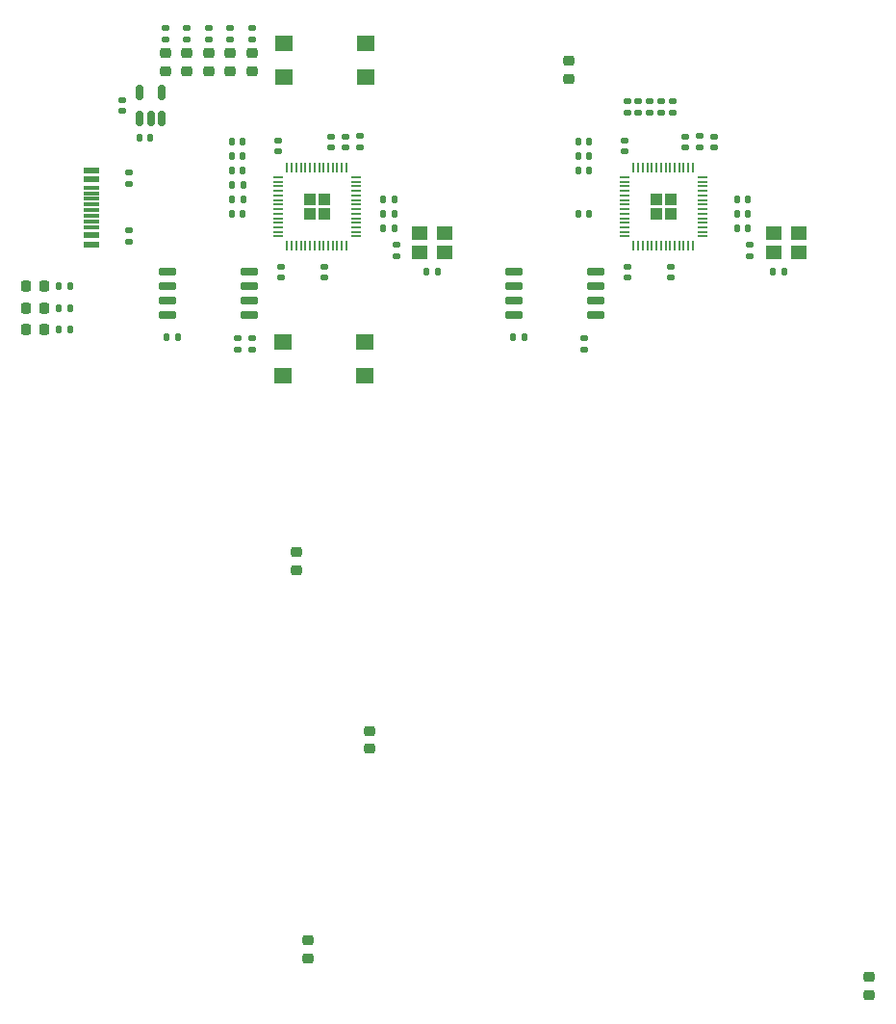
<source format=gbr>
%TF.GenerationSoftware,KiCad,Pcbnew,(6.0.4-0)*%
%TF.CreationDate,2022-08-06T01:16:14+02:00*%
%TF.ProjectId,enisadev,656e6973-6164-4657-962e-6b696361645f,rev?*%
%TF.SameCoordinates,PXb71b00PYb71b00*%
%TF.FileFunction,Paste,Top*%
%TF.FilePolarity,Positive*%
%FSLAX46Y46*%
G04 Gerber Fmt 4.6, Leading zero omitted, Abs format (unit mm)*
G04 Created by KiCad (PCBNEW (6.0.4-0)) date 2022-08-06 01:16:14*
%MOMM*%
%LPD*%
G01*
G04 APERTURE LIST*
G04 Aperture macros list*
%AMRoundRect*
0 Rectangle with rounded corners*
0 $1 Rounding radius*
0 $2 $3 $4 $5 $6 $7 $8 $9 X,Y pos of 4 corners*
0 Add a 4 corners polygon primitive as box body*
4,1,4,$2,$3,$4,$5,$6,$7,$8,$9,$2,$3,0*
0 Add four circle primitives for the rounded corners*
1,1,$1+$1,$2,$3*
1,1,$1+$1,$4,$5*
1,1,$1+$1,$6,$7*
1,1,$1+$1,$8,$9*
0 Add four rect primitives between the rounded corners*
20,1,$1+$1,$2,$3,$4,$5,0*
20,1,$1+$1,$4,$5,$6,$7,0*
20,1,$1+$1,$6,$7,$8,$9,0*
20,1,$1+$1,$8,$9,$2,$3,0*%
G04 Aperture macros list end*
%ADD10R,1.450000X0.600000*%
%ADD11R,1.450000X0.300000*%
%ADD12RoundRect,0.218750X0.218750X0.256250X-0.218750X0.256250X-0.218750X-0.256250X0.218750X-0.256250X0*%
%ADD13RoundRect,0.135000X-0.185000X0.135000X-0.185000X-0.135000X0.185000X-0.135000X0.185000X0.135000X0*%
%ADD14RoundRect,0.140000X-0.140000X-0.170000X0.140000X-0.170000X0.140000X0.170000X-0.140000X0.170000X0*%
%ADD15RoundRect,0.140000X-0.170000X0.140000X-0.170000X-0.140000X0.170000X-0.140000X0.170000X0.140000X0*%
%ADD16RoundRect,0.140000X0.140000X0.170000X-0.140000X0.170000X-0.140000X-0.170000X0.140000X-0.170000X0*%
%ADD17RoundRect,0.135000X0.185000X-0.135000X0.185000X0.135000X-0.185000X0.135000X-0.185000X-0.135000X0*%
%ADD18RoundRect,0.218750X-0.256250X0.218750X-0.256250X-0.218750X0.256250X-0.218750X0.256250X0.218750X0*%
%ADD19RoundRect,0.135000X0.135000X0.185000X-0.135000X0.185000X-0.135000X-0.185000X0.135000X-0.185000X0*%
%ADD20R,1.600000X1.400000*%
%ADD21RoundRect,0.150000X0.650000X0.150000X-0.650000X0.150000X-0.650000X-0.150000X0.650000X-0.150000X0*%
%ADD22RoundRect,0.140000X0.170000X-0.140000X0.170000X0.140000X-0.170000X0.140000X-0.170000X-0.140000X0*%
%ADD23RoundRect,0.250000X0.292217X-0.292217X0.292217X0.292217X-0.292217X0.292217X-0.292217X-0.292217X0*%
%ADD24RoundRect,0.050000X0.050000X-0.387500X0.050000X0.387500X-0.050000X0.387500X-0.050000X-0.387500X0*%
%ADD25RoundRect,0.050000X0.387500X-0.050000X0.387500X0.050000X-0.387500X0.050000X-0.387500X-0.050000X0*%
%ADD26R,1.400000X1.200000*%
%ADD27RoundRect,0.150000X0.150000X-0.512500X0.150000X0.512500X-0.150000X0.512500X-0.150000X-0.512500X0*%
G04 APERTURE END LIST*
D10*
%TO.C,J1*%
X10445000Y-21850000D03*
X10445000Y-22650000D03*
D11*
X10445000Y-23850000D03*
X10445000Y-24850000D03*
X10445000Y-25350000D03*
X10445000Y-26350000D03*
D10*
X10445000Y-27550000D03*
X10445000Y-28350000D03*
X10445000Y-28350000D03*
X10445000Y-27550000D03*
D11*
X10445000Y-26850000D03*
X10445000Y-25850000D03*
X10445000Y-24350000D03*
X10445000Y-23350000D03*
D10*
X10445000Y-22650000D03*
X10445000Y-21850000D03*
%TD*%
D12*
%TO.C,D4*%
X6317500Y-35845000D03*
X4742500Y-35845000D03*
%TD*%
D13*
%TO.C,R2*%
X13785000Y-27080000D03*
X13785000Y-28100000D03*
%TD*%
%TO.C,R8*%
X34105000Y-18825000D03*
X34105000Y-19845000D03*
%TD*%
D14*
%TO.C,C14*%
X22830000Y-21875000D03*
X23790000Y-21875000D03*
%TD*%
D15*
%TO.C,C4*%
X32835000Y-18855000D03*
X32835000Y-19815000D03*
%TD*%
D14*
%TO.C,C8*%
X39975000Y-30765000D03*
X40935000Y-30765000D03*
%TD*%
D16*
%TO.C,C12*%
X37125000Y-24415000D03*
X36165000Y-24415000D03*
%TD*%
D14*
%TO.C,C9*%
X67280000Y-26955000D03*
X68240000Y-26955000D03*
%TD*%
D17*
%TO.C,R11*%
X53790000Y-37625000D03*
X53790000Y-36605000D03*
%TD*%
D13*
%TO.C,R22*%
X60600000Y-15790000D03*
X60600000Y-16810000D03*
%TD*%
%TO.C,R23*%
X59600000Y-15790000D03*
X59600000Y-16810000D03*
%TD*%
D18*
%TO.C,D7*%
X78900000Y-92712500D03*
X78900000Y-94287500D03*
%TD*%
D16*
%TO.C,C20*%
X23790000Y-25685000D03*
X22830000Y-25685000D03*
%TD*%
D13*
%TO.C,R26*%
X24580000Y-9300000D03*
X24580000Y-10320000D03*
%TD*%
D19*
%TO.C,R4*%
X23820000Y-24415000D03*
X22800000Y-24415000D03*
%TD*%
D13*
%TO.C,R21*%
X61600000Y-15790000D03*
X61600000Y-16810000D03*
%TD*%
D20*
%TO.C,SW4*%
X34530000Y-39885000D03*
X27330000Y-39885000D03*
X34530000Y-36885000D03*
X27330000Y-36885000D03*
%TD*%
D18*
%TO.C,D13*%
X22675000Y-11562500D03*
X22675000Y-13137500D03*
%TD*%
D14*
%TO.C,C7*%
X70455000Y-30765000D03*
X71415000Y-30765000D03*
%TD*%
D21*
%TO.C,U3*%
X24370000Y-34575000D03*
X24370000Y-33305000D03*
X24370000Y-32035000D03*
X24370000Y-30765000D03*
X17170000Y-30765000D03*
X17170000Y-32035000D03*
X17170000Y-33305000D03*
X17170000Y-34575000D03*
%TD*%
D22*
%TO.C,C3*%
X65220000Y-19815000D03*
X65220000Y-18855000D03*
%TD*%
D14*
%TO.C,C5*%
X47595000Y-36480000D03*
X48555000Y-36480000D03*
%TD*%
D18*
%TO.C,D10*%
X28500000Y-55412500D03*
X28500000Y-56987500D03*
%TD*%
D13*
%TO.C,R30*%
X16960000Y-9300000D03*
X16960000Y-10320000D03*
%TD*%
D16*
%TO.C,C11*%
X68240000Y-24415000D03*
X67280000Y-24415000D03*
%TD*%
%TO.C,C19*%
X54270000Y-19335000D03*
X53310000Y-19335000D03*
%TD*%
D13*
%TO.C,R27*%
X22675000Y-9300000D03*
X22675000Y-10320000D03*
%TD*%
D22*
%TO.C,C28*%
X57346000Y-20196000D03*
X57346000Y-19236000D03*
%TD*%
D13*
%TO.C,R25*%
X57600000Y-16810000D03*
X57600000Y-15790000D03*
%TD*%
D14*
%TO.C,C16*%
X22830000Y-20605000D03*
X23790000Y-20605000D03*
%TD*%
D15*
%TO.C,C18*%
X26866000Y-19236000D03*
X26866000Y-20196000D03*
%TD*%
D18*
%TO.C,D12*%
X24580000Y-11562500D03*
X24580000Y-13137500D03*
%TD*%
D12*
%TO.C,D5*%
X6317500Y-33940000D03*
X4742500Y-33940000D03*
%TD*%
D23*
%TO.C,U5*%
X30932500Y-24412500D03*
X30932500Y-25687500D03*
X29657500Y-24412500D03*
X29657500Y-25687500D03*
D24*
X27695000Y-28487500D03*
X28095000Y-28487500D03*
X28495000Y-28487500D03*
X28895000Y-28487500D03*
X29295000Y-28487500D03*
X29695000Y-28487500D03*
X30095000Y-28487500D03*
X30495000Y-28487500D03*
X30895000Y-28487500D03*
X31295000Y-28487500D03*
X31695000Y-28487500D03*
X32095000Y-28487500D03*
X32495000Y-28487500D03*
X32895000Y-28487500D03*
D25*
X33732500Y-27650000D03*
X33732500Y-27250000D03*
X33732500Y-26850000D03*
X33732500Y-26450000D03*
X33732500Y-26050000D03*
X33732500Y-25650000D03*
X33732500Y-25250000D03*
X33732500Y-24850000D03*
X33732500Y-24450000D03*
X33732500Y-24050000D03*
X33732500Y-23650000D03*
X33732500Y-23250000D03*
X33732500Y-22850000D03*
X33732500Y-22450000D03*
D24*
X32895000Y-21612500D03*
X32495000Y-21612500D03*
X32095000Y-21612500D03*
X31695000Y-21612500D03*
X31295000Y-21612500D03*
X30895000Y-21612500D03*
X30495000Y-21612500D03*
X30095000Y-21612500D03*
X29695000Y-21612500D03*
X29295000Y-21612500D03*
X28895000Y-21612500D03*
X28495000Y-21612500D03*
X28095000Y-21612500D03*
X27695000Y-21612500D03*
D25*
X26857500Y-22450000D03*
X26857500Y-22850000D03*
X26857500Y-23250000D03*
X26857500Y-23650000D03*
X26857500Y-24050000D03*
X26857500Y-24450000D03*
X26857500Y-24850000D03*
X26857500Y-25250000D03*
X26857500Y-25650000D03*
X26857500Y-26050000D03*
X26857500Y-26450000D03*
X26857500Y-26850000D03*
X26857500Y-27250000D03*
X26857500Y-27650000D03*
%TD*%
D17*
%TO.C,R10*%
X24580000Y-37625000D03*
X24580000Y-36605000D03*
%TD*%
D14*
%TO.C,C22*%
X53310000Y-25685000D03*
X54270000Y-25685000D03*
%TD*%
D15*
%TO.C,C26*%
X62680000Y-18855000D03*
X62680000Y-19815000D03*
%TD*%
%TO.C,C21*%
X31565000Y-18855000D03*
X31565000Y-19815000D03*
%TD*%
D26*
%TO.C,Y1*%
X70470000Y-29075000D03*
X72670000Y-29075000D03*
X72670000Y-27375000D03*
X70470000Y-27375000D03*
%TD*%
D19*
%TO.C,R19*%
X8580000Y-33940000D03*
X7560000Y-33940000D03*
%TD*%
D13*
%TO.C,R24*%
X58600000Y-15790000D03*
X58600000Y-16810000D03*
%TD*%
D17*
%TO.C,R13*%
X68395000Y-29370000D03*
X68395000Y-28350000D03*
%TD*%
D16*
%TO.C,C25*%
X68240000Y-25685000D03*
X67280000Y-25685000D03*
%TD*%
D13*
%TO.C,R28*%
X20770000Y-9300000D03*
X20770000Y-10320000D03*
%TD*%
D17*
%TO.C,R14*%
X37280000Y-29370000D03*
X37280000Y-28350000D03*
%TD*%
D14*
%TO.C,C6*%
X17115000Y-36480000D03*
X18075000Y-36480000D03*
%TD*%
D26*
%TO.C,Y2*%
X39355000Y-29075000D03*
X41555000Y-29075000D03*
X41555000Y-27375000D03*
X39355000Y-27375000D03*
%TD*%
D18*
%TO.C,D9*%
X34900000Y-71112500D03*
X34900000Y-72687500D03*
%TD*%
%TO.C,D8*%
X29500000Y-89512500D03*
X29500000Y-91087500D03*
%TD*%
%TO.C,D15*%
X18865000Y-11562500D03*
X18865000Y-13137500D03*
%TD*%
D23*
%TO.C,U4*%
X60137500Y-25687500D03*
X61412500Y-24412500D03*
X61412500Y-25687500D03*
X60137500Y-24412500D03*
D24*
X58175000Y-28487500D03*
X58575000Y-28487500D03*
X58975000Y-28487500D03*
X59375000Y-28487500D03*
X59775000Y-28487500D03*
X60175000Y-28487500D03*
X60575000Y-28487500D03*
X60975000Y-28487500D03*
X61375000Y-28487500D03*
X61775000Y-28487500D03*
X62175000Y-28487500D03*
X62575000Y-28487500D03*
X62975000Y-28487500D03*
X63375000Y-28487500D03*
D25*
X64212500Y-27650000D03*
X64212500Y-27250000D03*
X64212500Y-26850000D03*
X64212500Y-26450000D03*
X64212500Y-26050000D03*
X64212500Y-25650000D03*
X64212500Y-25250000D03*
X64212500Y-24850000D03*
X64212500Y-24450000D03*
X64212500Y-24050000D03*
X64212500Y-23650000D03*
X64212500Y-23250000D03*
X64212500Y-22850000D03*
X64212500Y-22450000D03*
D24*
X63375000Y-21612500D03*
X62975000Y-21612500D03*
X62575000Y-21612500D03*
X62175000Y-21612500D03*
X61775000Y-21612500D03*
X61375000Y-21612500D03*
X60975000Y-21612500D03*
X60575000Y-21612500D03*
X60175000Y-21612500D03*
X59775000Y-21612500D03*
X59375000Y-21612500D03*
X58975000Y-21612500D03*
X58575000Y-21612500D03*
X58175000Y-21612500D03*
D25*
X57337500Y-22450000D03*
X57337500Y-22850000D03*
X57337500Y-23250000D03*
X57337500Y-23650000D03*
X57337500Y-24050000D03*
X57337500Y-24450000D03*
X57337500Y-24850000D03*
X57337500Y-25250000D03*
X57337500Y-25650000D03*
X57337500Y-26050000D03*
X57337500Y-26450000D03*
X57337500Y-26850000D03*
X57337500Y-27250000D03*
X57337500Y-27650000D03*
%TD*%
D14*
%TO.C,C1*%
X14702000Y-18954000D03*
X15662000Y-18954000D03*
%TD*%
D20*
%TO.C,SW2*%
X27400000Y-13650000D03*
X34600000Y-13650000D03*
X34600000Y-10650000D03*
X27400000Y-10650000D03*
%TD*%
D13*
%TO.C,R1*%
X13785000Y-22000000D03*
X13785000Y-23020000D03*
%TD*%
D16*
%TO.C,C24*%
X23790000Y-19335000D03*
X22830000Y-19335000D03*
%TD*%
D19*
%TO.C,R20*%
X8580000Y-32035000D03*
X7560000Y-32035000D03*
%TD*%
D17*
%TO.C,R12*%
X23310000Y-37625000D03*
X23310000Y-36605000D03*
%TD*%
D14*
%TO.C,C13*%
X53310000Y-21875000D03*
X54270000Y-21875000D03*
%TD*%
D27*
%TO.C,U1*%
X14740000Y-17297500D03*
X15690000Y-17297500D03*
X16640000Y-17297500D03*
X16640000Y-15022500D03*
X14740000Y-15022500D03*
%TD*%
D12*
%TO.C,D6*%
X6317500Y-32035000D03*
X4742500Y-32035000D03*
%TD*%
D17*
%TO.C,R7*%
X63950000Y-19845000D03*
X63950000Y-18825000D03*
%TD*%
D15*
%TO.C,C17*%
X30930000Y-30285000D03*
X30930000Y-31245000D03*
%TD*%
D14*
%TO.C,C15*%
X53310000Y-20605000D03*
X54270000Y-20605000D03*
%TD*%
D15*
%TO.C,C2*%
X13150000Y-15680000D03*
X13150000Y-16640000D03*
%TD*%
D13*
%TO.C,R29*%
X18865000Y-9300000D03*
X18865000Y-10320000D03*
%TD*%
D22*
%TO.C,C27*%
X61410000Y-31245000D03*
X61410000Y-30285000D03*
%TD*%
D15*
%TO.C,C23*%
X57600000Y-30285000D03*
X57600000Y-31245000D03*
%TD*%
D18*
%TO.C,D11*%
X52500000Y-12212500D03*
X52500000Y-13787500D03*
%TD*%
D19*
%TO.C,R3*%
X23820000Y-23145000D03*
X22800000Y-23145000D03*
%TD*%
D16*
%TO.C,C29*%
X37125000Y-25685000D03*
X36165000Y-25685000D03*
%TD*%
D18*
%TO.C,D14*%
X20770000Y-11562500D03*
X20770000Y-13137500D03*
%TD*%
%TO.C,D16*%
X16960000Y-11562500D03*
X16960000Y-13137500D03*
%TD*%
D22*
%TO.C,C30*%
X27120000Y-31245000D03*
X27120000Y-30285000D03*
%TD*%
D19*
%TO.C,R18*%
X8580000Y-35845000D03*
X7560000Y-35845000D03*
%TD*%
D21*
%TO.C,U2*%
X54850000Y-34575000D03*
X54850000Y-33305000D03*
X54850000Y-32035000D03*
X54850000Y-30765000D03*
X47650000Y-30765000D03*
X47650000Y-32035000D03*
X47650000Y-33305000D03*
X47650000Y-34575000D03*
%TD*%
D14*
%TO.C,C10*%
X36165000Y-26955000D03*
X37125000Y-26955000D03*
%TD*%
M02*

</source>
